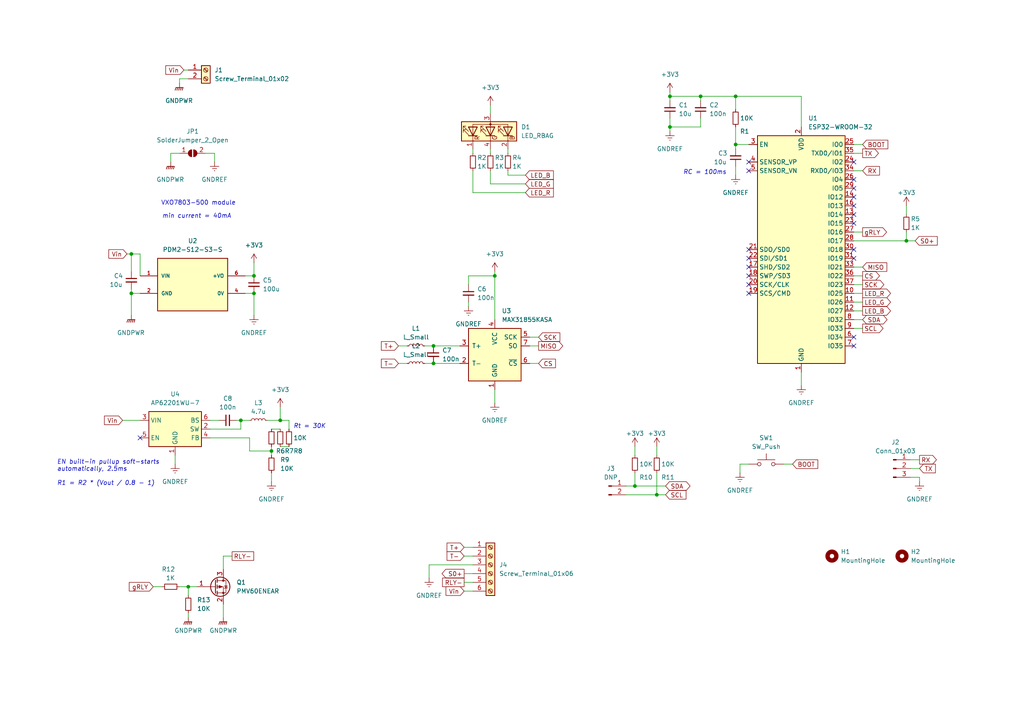
<source format=kicad_sch>
(kicad_sch (version 20211123) (generator eeschema)
  (paper "A4")
  (lib_symbols
    (symbol "Connector:Conn_01x02_Male" (pin_names (offset 1.016) hide)
      (property "Reference" "J" (at 0 2.54 0))
      (property "Value" "Conn_01x02_Male" (at 0 -5.08 0))
      (symbol "Conn_01x02_Male_1_1"
        (polyline (pts (xy 1.27 -2.54) (xy 0.8636 -2.54)) (stroke (width 0.1524)))
        (polyline (pts (xy 1.27 0) (xy 0.8636 0)) (stroke (width 0.1524)))
        (rectangle (start 0.8636 -2.413) (end 0 -2.667) (stroke (width 0.1524)) (fill (type outline)))
        (rectangle (start 0.8636 0.127) (end 0 -0.127) (stroke (width 0.1524)) (fill (type outline)))
        (pin passive line (at 5.08 0 180) (length 3.81) (name "Pin_1") (number "1"))
        (pin passive line (at 5.08 -2.54 180) (length 3.81) (name "Pin_2") (number "2"))
      )
    )
    (symbol "Connector:Conn_01x03_Male" (pin_names (offset 1.016) hide)
      (property "Reference" "J" (at 0 5.08 0))
      (property "Value" "Conn_01x03_Male" (at 0 -5.08 0))
      (symbol "Conn_01x03_Male_1_1"
        (polyline (pts (xy 1.27 -2.54) (xy 0.8636 -2.54)) (stroke (width 0.1524)))
        (polyline (pts (xy 1.27 0) (xy 0.8636 0)) (stroke (width 0.1524)))
        (polyline (pts (xy 1.27 2.54) (xy 0.8636 2.54)) (stroke (width 0.1524)))
        (rectangle (start 0.8636 -2.413) (end 0 -2.667) (stroke (width 0.1524)) (fill (type outline)))
        (rectangle (start 0.8636 0.127) (end 0 -0.127) (stroke (width 0.1524)) (fill (type outline)))
        (rectangle (start 0.8636 2.667) (end 0 2.413) (stroke (width 0.1524)) (fill (type outline)))
        (pin passive line (at 5.08 2.54 180) (length 3.81) (name "Pin_1") (number "1"))
        (pin passive line (at 5.08 0 180) (length 3.81) (name "Pin_2") (number "2"))
        (pin passive line (at 5.08 -2.54 180) (length 3.81) (name "Pin_3") (number "3"))
      )
    )
    (symbol "Connector:Screw_Terminal_01x02" (pin_names (offset 1.016) hide)
      (property "Reference" "J" (at 0 2.54 0))
      (property "Value" "Screw_Terminal_01x02" (at 0 -5.08 0))
      (symbol "Screw_Terminal_01x02_1_1"
        (rectangle (start -1.27 1.27) (end 1.27 -3.81) (stroke (width 0.254)) (fill (type background)))
        (circle (center 0 -2.54) (radius 0.635) (stroke (width 0.1524)))
        (polyline (pts (xy -0.5334 -2.2098) (xy 0.3302 -3.048)) (stroke (width 0.1524)))
        (polyline (pts (xy -0.5334 0.3302) (xy 0.3302 -0.508)) (stroke (width 0.1524)))
        (polyline (pts (xy -0.3556 -2.032) (xy 0.508 -2.8702)) (stroke (width 0.1524)))
        (polyline (pts (xy -0.3556 0.508) (xy 0.508 -0.3302)) (stroke (width 0.1524)))
        (circle (center 0 0) (radius 0.635) (stroke (width 0.1524)))
        (pin passive line (at -5.08 0 0) (length 3.81) (name "Pin_1") (number "1"))
        (pin passive line (at -5.08 -2.54 0) (length 3.81) (name "Pin_2") (number "2"))
      )
    )
    (symbol "Connector:Screw_Terminal_01x06" (pin_names (offset 1.016) hide)
      (property "Reference" "J" (at 0 7.62 0))
      (property "Value" "Screw_Terminal_01x06" (at 0 -10.16 0))
      (symbol "Screw_Terminal_01x06_1_1"
        (rectangle (start -1.27 6.35) (end 1.27 -8.89) (stroke (width 0.254)) (fill (type background)))
        (circle (center 0 -7.62) (radius 0.635) (stroke (width 0.1524)))
        (circle (center 0 -5.08) (radius 0.635) (stroke (width 0.1524)))
        (circle (center 0 -2.54) (radius 0.635) (stroke (width 0.1524)))
        (polyline (pts (xy -0.5334 -7.2898) (xy 0.3302 -8.128)) (stroke (width 0.1524)))
        (polyline (pts (xy -0.5334 -4.7498) (xy 0.3302 -5.588)) (stroke (width 0.1524)))
        (polyline (pts (xy -0.5334 -2.2098) (xy 0.3302 -3.048)) (stroke (width 0.1524)))
        (polyline (pts (xy -0.5334 0.3302) (xy 0.3302 -0.508)) (stroke (width 0.1524)))
        (polyline (pts (xy -0.5334 2.8702) (xy 0.3302 2.032)) (stroke (width 0.1524)))
        (polyline (pts (xy -0.5334 5.4102) (xy 0.3302 4.572)) (stroke (width 0.1524)))
        (polyline (pts (xy -0.3556 -7.112) (xy 0.508 -7.9502)) (stroke (width 0.1524)))
        (polyline (pts (xy -0.3556 -4.572) (xy 0.508 -5.4102)) (stroke (width 0.1524)))
        (polyline (pts (xy -0.3556 -2.032) (xy 0.508 -2.8702)) (stroke (width 0.1524)))
        (polyline (pts (xy -0.3556 0.508) (xy 0.508 -0.3302)) (stroke (width 0.1524)))
        (polyline (pts (xy -0.3556 3.048) (xy 0.508 2.2098)) (stroke (width 0.1524)))
        (polyline (pts (xy -0.3556 5.588) (xy 0.508 4.7498)) (stroke (width 0.1524)))
        (circle (center 0 0) (radius 0.635) (stroke (width 0.1524)))
        (circle (center 0 2.54) (radius 0.635) (stroke (width 0.1524)))
        (circle (center 0 5.08) (radius 0.635) (stroke (width 0.1524)))
        (pin passive line (at -5.08 5.08 0) (length 3.81) (name "Pin_1") (number "1"))
        (pin passive line (at -5.08 2.54 0) (length 3.81) (name "Pin_2") (number "2"))
        (pin passive line (at -5.08 0 0) (length 3.81) (name "Pin_3") (number "3"))
        (pin passive line (at -5.08 -2.54 0) (length 3.81) (name "Pin_4") (number "4"))
        (pin passive line (at -5.08 -5.08 0) (length 3.81) (name "Pin_5") (number "5"))
        (pin passive line (at -5.08 -7.62 0) (length 3.81) (name "Pin_6") (number "6"))
      )
    )
    (symbol "Device:C_Small" (pin_numbers hide) (pin_names (offset 0.254) hide)
      (property "Reference" "C" (at 0.254 1.778 0))
      (property "Value" "C_Small" (at 0.254 -2.032 0))
      (symbol "C_Small_0_1"
        (polyline (pts (xy -1.524 -0.508) (xy 1.524 -0.508)) (stroke (width 0.3302)))
        (polyline (pts (xy -1.524 0.508) (xy 1.524 0.508)) (stroke (width 0.3048)))
      )
      (symbol "C_Small_1_1"
        (pin passive line (at 0 2.54 270) (length 2.032) (name "~") (number "1"))
        (pin passive line (at 0 -2.54 90) (length 2.032) (name "~") (number "2"))
      )
    )
    (symbol "Device:LED_RBAG" (pin_names (offset 0) hide)
      (property "Reference" "D" (at 0 9.398 0))
      (property "Value" "LED_RBAG" (at 0 -8.89 0))
      (symbol "LED_RBAG_0_0"
        (text "B" (at -1.905 -6.35 0) (effects (font (size 1.27 1.27))))
        (text "G" (at -1.905 -1.27 0) (effects (font (size 1.27 1.27))))
        (text "R" (at -1.905 3.81 0) (effects (font (size 1.27 1.27))))
      )
      (symbol "LED_RBAG_0_1"
        (polyline (pts (xy -1.27 -5.08) (xy -2.54 -5.08)))
        (polyline (pts (xy -1.27 -5.08) (xy 1.27 -5.08)))
        (polyline (pts (xy -1.27 -3.81) (xy -1.27 -6.35)) (stroke (width 0.254)))
        (polyline (pts (xy -1.27 0) (xy -2.54 0)))
        (polyline (pts (xy -1.27 1.27) (xy -1.27 -1.27)) (stroke (width 0.254)))
        (polyline (pts (xy -1.27 5.08) (xy -2.54 5.08)))
        (polyline (pts (xy -1.27 5.08) (xy 1.27 5.08)))
        (polyline (pts (xy -1.27 6.35) (xy -1.27 3.81)) (stroke (width 0.254)))
        (polyline (pts (xy 1.27 0) (xy -1.27 0)))
        (polyline (pts (xy 1.27 0) (xy 2.54 0)))
        (polyline (pts (xy -1.27 1.27) (xy -1.27 -1.27) (xy -1.27 -1.27)))
        (polyline (pts (xy -1.27 6.35) (xy -1.27 3.81) (xy -1.27 3.81)))
        (polyline (pts (xy 1.27 -5.08) (xy 2.032 -5.08) (xy 2.032 5.08) (xy 1.27 5.08)))
        (polyline (pts (xy 1.27 -3.81) (xy 1.27 -6.35) (xy -1.27 -5.08) (xy 1.27 -3.81)) (stroke (width 0.254)))
        (polyline (pts (xy 1.27 1.27) (xy 1.27 -1.27) (xy -1.27 0) (xy 1.27 1.27)) (stroke (width 0.254)))
        (polyline (pts (xy 1.27 6.35) (xy 1.27 3.81) (xy -1.27 5.08) (xy 1.27 6.35)) (stroke (width 0.254)))
        (polyline (pts (xy -1.016 -3.81) (xy 0.508 -2.286) (xy -0.254 -2.286) (xy 0.508 -2.286) (xy 0.508 -3.048)))
        (polyline (pts (xy -1.016 1.27) (xy 0.508 2.794) (xy -0.254 2.794) (xy 0.508 2.794) (xy 0.508 2.032)))
        (polyline (pts (xy -1.016 6.35) (xy 0.508 7.874) (xy -0.254 7.874) (xy 0.508 7.874) (xy 0.508 7.112)))
        (polyline (pts (xy 0 -3.81) (xy 1.524 -2.286) (xy 0.762 -2.286) (xy 1.524 -2.286) (xy 1.524 -3.048)))
        (polyline (pts (xy 0 1.27) (xy 1.524 2.794) (xy 0.762 2.794) (xy 1.524 2.794) (xy 1.524 2.032)))
        (polyline (pts (xy 0 6.35) (xy 1.524 7.874) (xy 0.762 7.874) (xy 1.524 7.874) (xy 1.524 7.112)))
        (rectangle (start 1.27 -1.27) (end 1.27 1.27))
        (rectangle (start 1.27 1.27) (end 1.27 1.27))
        (rectangle (start 1.27 3.81) (end 1.27 6.35))
        (rectangle (start 1.27 6.35) (end 1.27 6.35))
        (circle (center 2.032 0) (radius 0.254) (fill (type outline)))
        (rectangle (start 2.794 8.382) (end -2.794 -7.62) (stroke (width 0.254)) (fill (type background)))
      )
      (symbol "LED_RBAG_1_1"
        (pin passive line (at -5.08 5.08 0) (length 2.54) (name "RK") (number "1"))
        (pin passive line (at -5.08 -5.08 0) (length 2.54) (name "BK") (number "2"))
        (pin passive line (at 5.08 0 180) (length 2.54) (name "A") (number "3"))
        (pin passive line (at -5.08 0 0) (length 2.54) (name "GK") (number "4"))
      )
    )
    (symbol "Device:L_Small" (pin_numbers hide) (pin_names (offset 0.254) hide)
      (property "Reference" "L" (at 0.762 1.016 0))
      (property "Value" "L_Small" (at 0.762 -1.016 0))
      (symbol "L_Small_0_1"
        (arc (start 0 -2.032) (mid 0.508 -1.524) (end 0 -1.016))
        (arc (start 0 -1.016) (mid 0.508 -0.508) (end 0 0))
        (arc (start 0 0) (mid 0.508 0.508) (end 0 1.016))
        (arc (start 0 1.016) (mid 0.508 1.524) (end 0 2.032))
      )
      (symbol "L_Small_1_1"
        (pin passive line (at 0 2.54 270) (length 0.508) (name "~") (number "1"))
        (pin passive line (at 0 -2.54 90) (length 0.508) (name "~") (number "2"))
      )
    )
    (symbol "Device:R_Small" (pin_numbers hide) (pin_names (offset 0.254) hide)
      (property "Reference" "R" (at 0.762 0.508 0))
      (property "Value" "R_Small" (at 0.762 -1.016 0))
      (symbol "R_Small_0_1"
        (rectangle (start -0.762 1.778) (end 0.762 -1.778) (stroke (width 0.2032)))
      )
      (symbol "R_Small_1_1"
        (pin passive line (at 0 2.54 270) (length 0.762) (name "~") (number "1"))
        (pin passive line (at 0 -2.54 90) (length 0.762) (name "~") (number "2"))
      )
    )
    (symbol "Jumper:SolderJumper_2_Open" (pin_names (offset 0) hide)
      (property "Reference" "JP" (at 0 2.032 0))
      (property "Value" "SolderJumper_2_Open" (at 0 -2.54 0))
      (symbol "SolderJumper_2_Open_0_1"
        (arc (start -0.254 1.016) (mid -1.27 0) (end -0.254 -1.016))
        (arc (start -0.254 1.016) (mid -1.27 0) (end -0.254 -1.016) (fill (type outline)))
        (polyline (pts (xy -0.254 1.016) (xy -0.254 -1.016)))
        (polyline (pts (xy 0.254 1.016) (xy 0.254 -1.016)))
        (arc (start 0.254 -1.016) (mid 1.27 0) (end 0.254 1.016))
        (arc (start 0.254 -1.016) (mid 1.27 0) (end 0.254 1.016) (fill (type outline)))
      )
      (symbol "SolderJumper_2_Open_1_1"
        (pin passive line (at -3.81 0 0) (length 2.54) (name "A") (number "1"))
        (pin passive line (at 3.81 0 180) (length 2.54) (name "B") (number "2"))
      )
    )
    (symbol "Mechanical:MountingHole" (pin_names (offset 1.016))
      (property "Reference" "H" (at 0 5.08 0))
      (property "Value" "MountingHole" (at 0 3.175 0))
      (symbol "MountingHole_0_1"
        (circle (center 0 0) (radius 1.27) (stroke (width 1.27)))
      )
    )
    (symbol "PDM2-S12-S3-S:PDM2-S12-S3-S" (pin_names (offset 1.016))
      (property "Reference" "U" (at -10.16 7.62 0))
      (property "Value" "PDM2-S12-S3-S" (at -10.1854 -7.6454 0))
      (symbol "PDM2-S12-S3-S_0_0"
        (rectangle (start -10.16 -7.62) (end 10.16 7.62) (stroke (width 0.254)) (fill (type background)))
        (pin input line (at -15.24 2.54 0) (length 5.08) (name "VIN") (number "1"))
        (pin power_in line (at -15.24 -2.54 0) (length 5.08) (name "GND") (number "2"))
        (pin power_in line (at 15.24 -2.54 180) (length 5.08) (name "0V") (number "4"))
        (pin output line (at 15.24 2.54 180) (length 5.08) (name "+VO") (number "6"))
      )
    )
    (symbol "RF_Module:ESP32-WROOM-32"
      (property "Reference" "U" (at -12.7 34.29 0))
      (property "Value" "ESP32-WROOM-32" (at 1.27 34.29 0))
      (symbol "ESP32-WROOM-32_0_1"
        (rectangle (start -12.7 33.02) (end 12.7 -33.02) (stroke (width 0.254)) (fill (type background)))
      )
      (symbol "ESP32-WROOM-32_1_1"
        (pin power_in line (at 0 -35.56 90) (length 2.54) (name "GND") (number "1"))
        (pin bidirectional line (at 15.24 -12.7 180) (length 2.54) (name "IO25") (number "10"))
        (pin bidirectional line (at 15.24 -15.24 180) (length 2.54) (name "IO26") (number "11"))
        (pin bidirectional line (at 15.24 -17.78 180) (length 2.54) (name "IO27") (number "12"))
        (pin bidirectional line (at 15.24 10.16 180) (length 2.54) (name "IO14") (number "13"))
        (pin bidirectional line (at 15.24 15.24 180) (length 2.54) (name "IO12") (number "14"))
        (pin passive line (at 0 -35.56 90) (length 2.54) hide (name "GND") (number "15"))
        (pin bidirectional line (at 15.24 12.7 180) (length 2.54) (name "IO13") (number "16"))
        (pin bidirectional line (at -15.24 -5.08 0) (length 2.54) (name "SHD/SD2") (number "17"))
        (pin bidirectional line (at -15.24 -7.62 0) (length 2.54) (name "SWP/SD3") (number "18"))
        (pin bidirectional line (at -15.24 -12.7 0) (length 2.54) (name "SCS/CMD") (number "19"))
        (pin power_in line (at 0 35.56 270) (length 2.54) (name "VDD") (number "2"))
        (pin bidirectional line (at -15.24 -10.16 0) (length 2.54) (name "SCK/CLK") (number "20"))
        (pin bidirectional line (at -15.24 0 0) (length 2.54) (name "SDO/SD0") (number "21"))
        (pin bidirectional line (at -15.24 -2.54 0) (length 2.54) (name "SDI/SD1") (number "22"))
        (pin bidirectional line (at 15.24 7.62 180) (length 2.54) (name "IO15") (number "23"))
        (pin bidirectional line (at 15.24 25.4 180) (length 2.54) (name "IO2") (number "24"))
        (pin bidirectional line (at 15.24 30.48 180) (length 2.54) (name "IO0") (number "25"))
        (pin bidirectional line (at 15.24 20.32 180) (length 2.54) (name "IO4") (number "26"))
        (pin bidirectional line (at 15.24 5.08 180) (length 2.54) (name "IO16") (number "27"))
        (pin bidirectional line (at 15.24 2.54 180) (length 2.54) (name "IO17") (number "28"))
        (pin bidirectional line (at 15.24 17.78 180) (length 2.54) (name "IO5") (number "29"))
        (pin input line (at -15.24 30.48 0) (length 2.54) (name "EN") (number "3"))
        (pin bidirectional line (at 15.24 0 180) (length 2.54) (name "IO18") (number "30"))
        (pin bidirectional line (at 15.24 -2.54 180) (length 2.54) (name "IO19") (number "31"))
        (pin no_connect line (at -12.7 -27.94 0) (length 2.54) hide (name "NC") (number "32"))
        (pin bidirectional line (at 15.24 -5.08 180) (length 2.54) (name "IO21") (number "33"))
        (pin bidirectional line (at 15.24 22.86 180) (length 2.54) (name "RXD0/IO3") (number "34"))
        (pin bidirectional line (at 15.24 27.94 180) (length 2.54) (name "TXD0/IO1") (number "35"))
        (pin bidirectional line (at 15.24 -7.62 180) (length 2.54) (name "IO22") (number "36"))
        (pin bidirectional line (at 15.24 -10.16 180) (length 2.54) (name "IO23") (number "37"))
        (pin passive line (at 0 -35.56 90) (length 2.54) hide (name "GND") (number "38"))
        (pin passive line (at 0 -35.56 90) (length 2.54) hide (name "GND") (number "39"))
        (pin input line (at -15.24 25.4 0) (length 2.54) (name "SENSOR_VP") (number "4"))
        (pin input line (at -15.24 22.86 0) (length 2.54) (name "SENSOR_VN") (number "5"))
        (pin input line (at 15.24 -25.4 180) (length 2.54) (name "IO34") (number "6"))
        (pin input line (at 15.24 -27.94 180) (length 2.54) (name "IO35") (number "7"))
        (pin bidirectional line (at 15.24 -20.32 180) (length 2.54) (name "IO32") (number "8"))
        (pin bidirectional line (at 15.24 -22.86 180) (length 2.54) (name "IO33") (number "9"))
      )
    )
    (symbol "Regulator_Switching:DIO6970"
      (property "Reference" "U" (at -7.62 6.35 0))
      (property "Value" "DIO6970" (at 0 6.35 0))
      (symbol "DIO6970_0_1"
        (rectangle (start -7.62 5.08) (end 7.62 -5.08) (stroke (width 0.254)) (fill (type background)))
      )
      (symbol "DIO6970_1_1"
        (pin power_in line (at 0 -7.62 90) (length 2.54) (name "GND") (number "1"))
        (pin power_out line (at 10.16 0 180) (length 2.54) (name "SW") (number "2"))
        (pin power_in line (at -10.16 2.54 0) (length 2.54) (name "VIN") (number "3"))
        (pin input line (at 10.16 -2.54 180) (length 2.54) (name "FB") (number "4"))
        (pin input line (at -10.16 -2.54 0) (length 2.54) (name "EN") (number "5"))
        (pin output line (at 10.16 2.54 180) (length 2.54) (name "BS") (number "6"))
      )
    )
    (symbol "Sensor_Temperature:MAX31855KASA" (pin_names (offset 1.016))
      (property "Reference" "U" (at -7.62 8.89 0))
      (property "Value" "MAX31855KASA" (at 1.27 8.89 0))
      (symbol "MAX31855KASA_0_1"
        (rectangle (start -7.62 7.62) (end 7.62 -7.62) (stroke (width 0.254)) (fill (type background)))
      )
      (symbol "MAX31855KASA_1_1"
        (pin power_in line (at 0 -10.16 90) (length 2.54) (name "GND") (number "1"))
        (pin passive line (at -10.16 -2.54 0) (length 2.54) (name "T-") (number "2"))
        (pin passive line (at -10.16 2.54 0) (length 2.54) (name "T+") (number "3"))
        (pin power_in line (at 0 10.16 270) (length 2.54) (name "VCC") (number "4"))
        (pin input line (at 10.16 5.08 180) (length 2.54) (name "SCK") (number "5"))
        (pin input line (at 10.16 -2.54 180) (length 2.54) (name "~{CS}") (number "6"))
        (pin tri_state line (at 10.16 2.54 180) (length 2.54) (name "SO") (number "7"))
      )
    )
    (symbol "Switch:SW_Push" (pin_numbers hide) (pin_names (offset 1.016) hide)
      (property "Reference" "SW" (at 1.27 2.54 0))
      (property "Value" "SW_Push" (at 0 -1.524 0))
      (symbol "SW_Push_0_1"
        (circle (center -2.032 0) (radius 0.508))
        (polyline (pts (xy 0 1.27) (xy 0 3.048)))
        (polyline (pts (xy 2.54 1.27) (xy -2.54 1.27)))
        (circle (center 2.032 0) (radius 0.508))
        (pin passive line (at -5.08 0 0) (length 2.54) (name "1") (number "1"))
        (pin passive line (at 5.08 0 180) (length 2.54) (name "2") (number "2"))
      )
    )
    (symbol "Transistor_FET:NTR2101P" (pin_names hide)
      (property "Reference" "Q" (at 5.08 1.905 0))
      (property "Value" "NTR2101P" (at 5.08 0 0))
      (symbol "NTR2101P_0_1"
        (polyline (pts (xy 0.254 0) (xy -2.54 0)))
        (polyline (pts (xy 0.254 1.905) (xy 0.254 -1.905)) (stroke (width 0.254)))
        (polyline (pts (xy 0.762 -1.27) (xy 0.762 -2.286)) (stroke (width 0.254)))
        (polyline (pts (xy 0.762 0.508) (xy 0.762 -0.508)) (stroke (width 0.254)))
        (polyline (pts (xy 0.762 2.286) (xy 0.762 1.27)) (stroke (width 0.254)))
        (polyline (pts (xy 2.54 2.54) (xy 2.54 1.778)))
        (polyline (pts (xy 2.54 -2.54) (xy 2.54 0) (xy 0.762 0)))
        (polyline (pts (xy 0.762 1.778) (xy 3.302 1.778) (xy 3.302 -1.778) (xy 0.762 -1.778)))
        (polyline (pts (xy 2.286 0) (xy 1.27 0.381) (xy 1.27 -0.381) (xy 2.286 0)) (fill (type outline)))
        (polyline (pts (xy 2.794 -0.508) (xy 2.921 -0.381) (xy 3.683 -0.381) (xy 3.81 -0.254)))
        (polyline (pts (xy 3.302 -0.381) (xy 2.921 0.254) (xy 3.683 0.254) (xy 3.302 -0.381)))
        (circle (center 1.651 0) (radius 2.794) (stroke (width 0.254)))
        (circle (center 2.54 -1.778) (radius 0.254) (fill (type outline)))
        (circle (center 2.54 1.778) (radius 0.254) (fill (type outline)))
      )
      (symbol "NTR2101P_1_1"
        (pin input line (at -5.08 0 0) (length 2.54) (name "G") (number "1"))
        (pin passive line (at 2.54 -5.08 90) (length 2.54) (name "S") (number "2"))
        (pin passive line (at 2.54 5.08 270) (length 2.54) (name "D") (number "3"))
      )
    )
    (symbol "power:+3.3V" (power) (pin_names (offset 0))
      (property "Value" "+3.3V" (at 0 3.556 0))
      (symbol "+3.3V_0_1"
        (polyline (pts (xy -0.762 1.27) (xy 0 2.54)))
        (polyline (pts (xy 0 0) (xy 0 2.54)))
        (polyline (pts (xy 0 2.54) (xy 0.762 1.27)))
      )
      (symbol "+3.3V_1_1"
        (pin power_in line (at 0 0 90) (length 0) hide (name "+3V3") (number "1"))
      )
    )
    (symbol "power:GNDPWR" (power) (pin_names (offset 0))
      (property "Value" "GNDPWR" (at 0 -3.302 0))
      (symbol "GNDPWR_0_1"
        (polyline (pts (xy 0 -1.27) (xy 0 0)))
        (polyline (pts (xy -1.016 -1.27) (xy -1.27 -2.032) (xy -1.27 -2.032)) (stroke (width 0.2032)))
        (polyline (pts (xy -0.508 -1.27) (xy -0.762 -2.032) (xy -0.762 -2.032)) (stroke (width 0.2032)))
        (polyline (pts (xy 0 -1.27) (xy -0.254 -2.032) (xy -0.254 -2.032)) (stroke (width 0.2032)))
        (polyline (pts (xy 0.508 -1.27) (xy 0.254 -2.032) (xy 0.254 -2.032)) (stroke (width 0.2032)))
        (polyline (pts (xy 1.016 -1.27) (xy -1.016 -1.27) (xy -1.016 -1.27)) (stroke (width 0.2032)))
        (polyline (pts (xy 1.016 -1.27) (xy 0.762 -2.032) (xy 0.762 -2.032) (xy 0.762 -2.032)) (stroke (width 0.2032)))
      )
      (symbol "GNDPWR_1_1"
        (pin power_in line (at 0 0 270) (length 0) hide (name "GNDPWR") (number "1"))
      )
    )
    (symbol "power:GNDREF" (power) (pin_names (offset 0))
      (property "Value" "GNDREF" (at 0 -3.81 0))
      (symbol "GNDREF_0_1"
        (polyline (pts (xy -0.635 -1.905) (xy 0.635 -1.905)))
        (polyline (pts (xy -0.127 -2.54) (xy 0.127 -2.54)))
        (polyline (pts (xy 0 -1.27) (xy 0 0)))
        (polyline (pts (xy 1.27 -1.27) (xy -1.27 -1.27)))
      )
      (symbol "GNDREF_1_1"
        (pin power_in line (at 0 0 270) (length 0) hide (name "GNDREF") (number "1"))
      )
    )
  )
  (junction (at 81.28 121.92))
  (junction (at 184.15 140.97))
  (junction (at 73.66 80.01))
  (junction (at 143.51 80.01))
  (junction (at 194.31 27.94))
  (junction (at 194.31 36.83))
  (junction (at 262.89 69.85))
  (junction (at 125.73 100.33))
  (junction (at 190.5 143.51))
  (junction (at 125.73 105.41))
  (junction (at 213.36 27.94))
  (junction (at 213.36 41.91))
  (junction (at 73.66 85.09))
  (junction (at 69.85 121.92))
  (junction (at 78.74 130.81))
  (junction (at 54.61 170.18))
  (junction (at 38.1 85.09))
  (junction (at 203.2 27.94))
  (junction (at 38.1 73.66))
  (no_connect (at 247.65 46.99))
  (no_connect (at 247.65 59.69))
  (no_connect (at 247.65 74.93))
  (no_connect (at 247.65 97.79))
  (no_connect (at 247.65 100.33))
  (no_connect (at 247.65 57.15))
  (no_connect (at 247.65 62.23))
  (no_connect (at 247.65 64.77))
  (no_connect (at 217.17 49.53))
  (no_connect (at 217.17 46.99))
  (no_connect (at 40.64 127))
  (no_connect (at 247.65 72.39))
  (no_connect (at 217.17 77.47))
  (no_connect (at 217.17 80.01))
  (no_connect (at 217.17 82.55))
  (no_connect (at 217.17 74.93))
  (no_connect (at 217.17 72.39))
  (no_connect (at 217.17 85.09))
  (no_connect (at 247.65 54.61))
  (no_connect (at 247.65 52.07))
  (wire (pts (xy 265.43 69.85) (xy 262.89 69.85)))
  (wire (pts (xy 247.65 90.17) (xy 250.19 90.17)))
  (wire (pts (xy 184.15 140.97) (xy 181.61 140.97)))
  (wire (pts (xy 134.62 161.29) (xy 137.16 161.29)))
  (wire (pts (xy 137.16 55.88) (xy 152.4 55.88)))
  (wire (pts (xy 194.31 27.94) (xy 194.31 29.21)))
  (wire (pts (xy 264.16 133.35) (xy 266.7 133.35)))
  (wire (pts (xy 247.65 77.47) (xy 250.19 77.47)))
  (wire (pts (xy 190.5 143.51) (xy 193.04 143.51)))
  (wire (pts (xy 262.89 67.31) (xy 262.89 69.85)))
  (wire (pts (xy 78.74 137.16) (xy 78.74 139.7)))
  (wire (pts (xy 247.65 67.31) (xy 250.19 67.31)))
  (wire (pts (xy 38.1 73.66) (xy 36.83 73.66)))
  (wire (pts (xy 143.51 78.74) (xy 143.51 80.01)))
  (wire (pts (xy 143.51 92.71) (xy 143.51 80.01)))
  (wire (pts (xy 125.73 105.41) (xy 133.35 105.41)))
  (wire (pts (xy 38.1 73.66) (xy 38.1 78.74)))
  (wire (pts (xy 52.07 170.18) (xy 54.61 170.18)))
  (wire (pts (xy 64.77 161.29) (xy 64.77 165.1)))
  (wire (pts (xy 142.24 43.18) (xy 142.24 44.45)))
  (wire (pts (xy 137.16 49.53) (xy 137.16 55.88)))
  (wire (pts (xy 247.65 44.45) (xy 250.19 44.45)))
  (wire (pts (xy 213.36 48.26) (xy 213.36 50.8)))
  (wire (pts (xy 203.2 27.94) (xy 213.36 27.94)))
  (wire (pts (xy 194.31 34.29) (xy 194.31 36.83)))
  (wire (pts (xy 44.45 170.18) (xy 46.99 170.18)))
  (wire (pts (xy 40.64 80.01) (xy 40.64 73.66)))
  (wire (pts (xy 60.96 121.92) (xy 63.5 121.92)))
  (wire (pts (xy 64.77 175.26) (xy 64.77 179.07)))
  (wire (pts (xy 247.65 80.01) (xy 250.19 80.01)))
  (wire (pts (xy 247.65 85.09) (xy 250.19 85.09)))
  (wire (pts (xy 153.67 97.79) (xy 156.21 97.79)))
  (wire (pts (xy 142.24 49.53) (xy 142.24 53.34)))
  (wire (pts (xy 217.17 134.62) (xy 214.63 134.62)))
  (wire (pts (xy 184.15 137.16) (xy 184.15 140.97)))
  (wire (pts (xy 72.39 130.81) (xy 78.74 130.81)))
  (wire (pts (xy 153.67 100.33) (xy 156.21 100.33)))
  (wire (pts (xy 73.66 85.09) (xy 73.66 91.44)))
  (wire (pts (xy 115.57 105.41) (xy 118.11 105.41)))
  (wire (pts (xy 81.28 118.11) (xy 81.28 121.92)))
  (wire (pts (xy 54.61 170.18) (xy 57.15 170.18)))
  (wire (pts (xy 184.15 140.97) (xy 193.04 140.97)))
  (wire (pts (xy 194.31 26.67) (xy 194.31 27.94)))
  (wire (pts (xy 143.51 113.03) (xy 143.51 116.84)))
  (wire (pts (xy 147.32 43.18) (xy 147.32 44.45)))
  (wire (pts (xy 81.28 129.54) (xy 83.82 129.54)))
  (wire (pts (xy 147.32 49.53) (xy 147.32 50.8)))
  (wire (pts (xy 78.74 130.81) (xy 78.74 132.08)))
  (wire (pts (xy 71.12 80.01) (xy 73.66 80.01)))
  (wire (pts (xy 134.62 166.37) (xy 137.16 166.37)))
  (wire (pts (xy 72.39 127) (xy 72.39 130.81)))
  (wire (pts (xy 50.8 132.08) (xy 50.8 134.62)))
  (wire (pts (xy 227.33 134.62) (xy 229.87 134.62)))
  (wire (pts (xy 203.2 34.29) (xy 203.2 36.83)))
  (wire (pts (xy 247.65 49.53) (xy 250.19 49.53)))
  (wire (pts (xy 69.85 121.92) (xy 72.39 121.92)))
  (wire (pts (xy 125.73 100.33) (xy 133.35 100.33)))
  (wire (pts (xy 115.57 100.33) (xy 118.11 100.33)))
  (wire (pts (xy 123.19 105.41) (xy 125.73 105.41)))
  (wire (pts (xy 83.82 121.92) (xy 81.28 121.92)))
  (wire (pts (xy 247.65 87.63) (xy 250.19 87.63)))
  (wire (pts (xy 262.89 59.69) (xy 262.89 62.23)))
  (wire (pts (xy 81.28 121.92) (xy 77.47 121.92)))
  (wire (pts (xy 54.61 170.18) (xy 54.61 172.72)))
  (wire (pts (xy 213.36 27.94) (xy 213.36 31.75)))
  (wire (pts (xy 124.46 163.83) (xy 124.46 167.64)))
  (wire (pts (xy 142.24 53.34) (xy 152.4 53.34)))
  (wire (pts (xy 247.65 92.71) (xy 250.19 92.71)))
  (wire (pts (xy 147.32 50.8) (xy 152.4 50.8)))
  (wire (pts (xy 52.07 44.45) (xy 49.53 44.45)))
  (wire (pts (xy 194.31 36.83) (xy 194.31 38.1)))
  (wire (pts (xy 190.5 137.16) (xy 190.5 143.51)))
  (wire (pts (xy 78.74 129.54) (xy 78.74 130.81)))
  (wire (pts (xy 214.63 134.62) (xy 214.63 137.16)))
  (wire (pts (xy 137.16 163.83) (xy 124.46 163.83)))
  (wire (pts (xy 213.36 41.91) (xy 217.17 41.91)))
  (wire (pts (xy 247.65 69.85) (xy 262.89 69.85)))
  (wire (pts (xy 137.16 43.18) (xy 137.16 44.45)))
  (wire (pts (xy 203.2 36.83) (xy 194.31 36.83)))
  (wire (pts (xy 143.51 80.01) (xy 135.89 80.01)))
  (wire (pts (xy 153.67 105.41) (xy 156.21 105.41)))
  (wire (pts (xy 60.96 127) (xy 72.39 127)))
  (wire (pts (xy 190.5 129.54) (xy 190.5 132.08)))
  (wire (pts (xy 135.89 80.01) (xy 135.89 82.55)))
  (wire (pts (xy 134.62 168.91) (xy 137.16 168.91)))
  (wire (pts (xy 38.1 85.09) (xy 38.1 91.44)))
  (wire (pts (xy 184.15 129.54) (xy 184.15 132.08)))
  (wire (pts (xy 123.19 100.33) (xy 125.73 100.33)))
  (wire (pts (xy 69.85 121.92) (xy 69.85 124.46)))
  (wire (pts (xy 142.24 30.48) (xy 142.24 33.02)))
  (wire (pts (xy 53.34 20.32) (xy 54.61 20.32)))
  (wire (pts (xy 71.12 85.09) (xy 73.66 85.09)))
  (wire (pts (xy 232.41 27.94) (xy 232.41 36.83)))
  (wire (pts (xy 264.16 135.89) (xy 266.7 135.89)))
  (wire (pts (xy 203.2 27.94) (xy 203.2 29.21)))
  (wire (pts (xy 35.56 121.92) (xy 40.64 121.92)))
  (wire (pts (xy 38.1 83.82) (xy 38.1 85.09)))
  (wire (pts (xy 266.7 138.43) (xy 266.7 139.7)))
  (wire (pts (xy 52.07 22.86) (xy 52.07 24.13)))
  (wire (pts (xy 60.96 124.46) (xy 69.85 124.46)))
  (wire (pts (xy 40.64 85.09) (xy 38.1 85.09)))
  (wire (pts (xy 213.36 41.91) (xy 213.36 43.18)))
  (wire (pts (xy 135.89 87.63) (xy 135.89 88.9)))
  (wire (pts (xy 213.36 36.83) (xy 213.36 41.91)))
  (wire (pts (xy 68.58 121.92) (xy 69.85 121.92)))
  (wire (pts (xy 247.65 95.25) (xy 250.19 95.25)))
  (wire (pts (xy 73.66 76.2) (xy 73.66 80.01)))
  (wire (pts (xy 194.31 27.94) (xy 203.2 27.94)))
  (wire (pts (xy 264.16 138.43) (xy 266.7 138.43)))
  (wire (pts (xy 134.62 158.75) (xy 137.16 158.75)))
  (wire (pts (xy 49.53 44.45) (xy 49.53 46.99)))
  (wire (pts (xy 78.74 124.46) (xy 81.28 124.46)))
  (wire (pts (xy 83.82 124.46) (xy 83.82 121.92)))
  (wire (pts (xy 67.31 161.29) (xy 64.77 161.29)))
  (wire (pts (xy 62.23 44.45) (xy 62.23 46.99)))
  (wire (pts (xy 52.07 22.86) (xy 54.61 22.86)))
  (wire (pts (xy 213.36 27.94) (xy 232.41 27.94)))
  (wire (pts (xy 247.65 82.55) (xy 250.19 82.55)))
  (wire (pts (xy 59.69 44.45) (xy 62.23 44.45)))
  (wire (pts (xy 54.61 177.8) (xy 54.61 179.07)))
  (wire (pts (xy 247.65 41.91) (xy 250.19 41.91)))
  (wire (pts (xy 40.64 73.66) (xy 38.1 73.66)))
  (wire (pts (xy 190.5 143.51) (xy 181.61 143.51)))
  (wire (pts (xy 134.62 171.45) (xy 137.16 171.45)))
  (wire (pts (xy 232.41 107.95) (xy 232.41 111.76)))
  (text "Rt = 30K" (at 85.09 124.46 0) (effects (font (size 1.27 1.27) italic) (justify left bottom)))
  (text " VXO7803-500 module\n" (at 45.72 59.69 0) (effects (font (size 1.27 1.27)) (justify left bottom)))
  (text "RC = 100ms" (at 198.12 50.8 0) (effects (font (size 1.27 1.27) italic) (justify left bottom)))
  (text "EN built-in pullup soft-starts\nautomatically, 2.5ms\n\nR1 = R2 * (Vout / 0.8 - 1)" (at 16.51 140.97 0) (effects (font (size 1.27 1.27) italic) (justify left bottom)))
  (text "min current = 40mA" (at 46.99 63.5 0) (effects (font (size 1.27 1.27) italic) (justify left bottom)))
  (global_label "RLY-" (shape passive) (at 67.31 161.29 0) (property "Intersheet References" "${INTERSHEET_REFS}" (effects hide)))
  (global_label "Vin" (shape input) (at 53.34 20.32 180) (property "Intersheet References" "${INTERSHEET_REFS}" (effects hide)))
  (global_label "TX" (shape input) (at 266.7 135.89 0) (property "Intersheet References" "${INTERSHEET_REFS}" (effects hide)))
  (global_label "MISO" (shape output) (at 156.21 100.33 0) (property "Intersheet References" "${INTERSHEET_REFS}" (effects hide)))
  (global_label "RLY-" (shape passive) (at 134.62 168.91 180) (property "Intersheet References" "${INTERSHEET_REFS}" (effects hide)))
  (global_label "RX" (shape output) (at 266.7 133.35 0) (property "Intersheet References" "${INTERSHEET_REFS}" (effects hide)))
  (global_label "Vin" (shape input) (at 36.83 73.66 180) (property "Intersheet References" "${INTERSHEET_REFS}" (effects hide)))
  (global_label "CS" (shape output) (at 250.19 80.01 0) (property "Intersheet References" "${INTERSHEET_REFS}" (effects hide)))
  (global_label "LED_R" (shape input) (at 152.4 55.88 0) (property "Intersheet References" "${INTERSHEET_REFS}" (effects hide)))
  (global_label "gRLY" (shape input) (at 44.45 170.18 180) (property "Intersheet References" "${INTERSHEET_REFS}" (effects hide)))
  (global_label "T-" (shape input) (at 115.57 105.41 180) (property "Intersheet References" "${INTERSHEET_REFS}" (effects hide)))
  (global_label "TX" (shape output) (at 250.19 44.45 0) (property "Intersheet References" "${INTERSHEET_REFS}" (effects hide)))
  (global_label "T+" (shape input) (at 115.57 100.33 180) (property "Intersheet References" "${INTERSHEET_REFS}" (effects hide)))
  (global_label "LED_G" (shape output) (at 250.19 87.63 0) (property "Intersheet References" "${INTERSHEET_REFS}" (effects hide)))
  (global_label "RX" (shape input) (at 250.19 49.53 0) (property "Intersheet References" "${INTERSHEET_REFS}" (effects hide)))
  (global_label "gRLY" (shape output) (at 250.19 67.31 0) (property "Intersheet References" "${INTERSHEET_REFS}" (effects hide)))
  (global_label "T+" (shape input) (at 134.62 158.75 180) (property "Intersheet References" "${INTERSHEET_REFS}" (effects hide)))
  (global_label "SDA" (shape bidirectional) (at 193.04 140.97 0) (property "Intersheet References" "${INTERSHEET_REFS}" (effects hide)))
  (global_label "LED_R" (shape output) (at 250.19 85.09 0) (property "Intersheet References" "${INTERSHEET_REFS}" (effects hide)))
  (global_label "SDA" (shape bidirectional) (at 250.19 92.71 0) (property "Intersheet References" "${INTERSHEET_REFS}" (effects hide)))
  (global_label "SCL" (shape output) (at 250.19 95.25 0) (property "Intersheet References" "${INTERSHEET_REFS}" (effects hide)))
  (global_label "S0+" (shape output) (at 134.62 166.37 180) (property "Intersheet References" "${INTERSHEET_REFS}" (effects hide)))
  (global_label "T-" (shape input) (at 134.62 161.29 180) (property "Intersheet References" "${INTERSHEET_REFS}" (effects hide)))
  (global_label "Vin" (shape input) (at 134.62 171.45 180) (property "Intersheet References" "${INTERSHEET_REFS}" (effects hide)))
  (global_label "Vin" (shape input) (at 35.56 121.92 180) (property "Intersheet References" "${INTERSHEET_REFS}" (effects hide)))
  (global_label "SCK" (shape input) (at 156.21 97.79 0) (property "Intersheet References" "${INTERSHEET_REFS}" (effects hide)))
  (global_label "LED_B" (shape output) (at 250.19 90.17 0) (property "Intersheet References" "${INTERSHEET_REFS}" (effects hide)))
  (global_label "LED_B" (shape input) (at 152.4 50.8 0) (property "Intersheet References" "${INTERSHEET_REFS}" (effects hide)))
  (global_label "LED_G" (shape input) (at 152.4 53.34 0) (property "Intersheet References" "${INTERSHEET_REFS}" (effects hide)))
  (global_label "BOOT" (shape input) (at 250.19 41.91 0) (property "Intersheet References" "${INTERSHEET_REFS}" (effects hide)))
  (global_label "SCK" (shape output) (at 250.19 82.55 0) (property "Intersheet References" "${INTERSHEET_REFS}" (effects hide)))
  (global_label "S0+" (shape input) (at 265.43 69.85 0) (property "Intersheet References" "${INTERSHEET_REFS}" (effects hide)))
  (global_label "MISO" (shape input) (at 250.19 77.47 0) (property "Intersheet References" "${INTERSHEET_REFS}" (effects hide)))
  (global_label "CS" (shape input) (at 156.21 105.41 0) (property "Intersheet References" "${INTERSHEET_REFS}" (effects hide)))
  (global_label "SCL" (shape input) (at 193.04 143.51 0) (property "Intersheet References" "${INTERSHEET_REFS}" (effects hide)))
  (global_label "BOOT" (shape input) (at 229.87 134.62 0) (property "Intersheet References" "${INTERSHEET_REFS}" (effects hide)))
  (symbol (lib_id "Device:C_Small") (at 125.73 102.87 0) (unit 1)
    (property "Reference" "C7" (at 128.27 101.6062 0) (effects (justify left)))
    (property "Value" "100n" (at 128.27 104.1462 0) (effects (justify left)))
    (property "Footprint" "Capacitor_SMD:C_0603_1608Metric" (effects hide))
  )
  (symbol (lib_id "Device:R_Small") (at 184.15 134.62 0) (unit 1)
    (property "Reference" "R10" (at 185.42 138.43 0) (effects (justify left)))
    (property "Value" "10K" (at 185.42 134.62 0) (effects (justify left)))
    (property "Footprint" "Resistor_SMD:R_0603_1608Metric" (effects hide))
    (property "PN" "DNP" (effects hide))
  )
  (symbol (lib_id "power:+3.3V") (at 194.31 26.67 0) (unit 1)
    (property "Reference" "#PWR02" (effects hide))
    (property "Value" "+3.3V" (at 194.31 21.59 0))
  )
  (symbol (lib_id "Device:C_Small") (at 194.31 31.75 180) (unit 1)
    (property "Reference" "C1" (at 196.85 30.4735 0) (effects (justify right)))
    (property "Value" "10u" (at 196.85 33.0135 0) (effects (justify right)))
    (property "Footprint" "Capacitor_SMD:C_0603_1608Metric" (effects hide))
    (property "PN" "JMK107BJ106MA-T" (effects hide))
  )
  (symbol (lib_id "Device:C_Small") (at 38.1 81.28 0) (unit 1)
    (property "Reference" "C4" (at 33.02 80.01 0) (effects (justify left)))
    (property "Value" "10u" (at 31.75 82.55 0) (effects (justify left)))
    (property "Footprint" "Capacitor_SMD:C_0603_1608Metric" (effects hide))
  )
  (symbol (lib_id "power:GNDREF") (at 124.46 167.64 0) (unit 1)
    (property "Reference" "#PWR023" (effects hide))
    (property "Value" "GNDREF" (at 124.46 172.72 0))
  )
  (symbol (lib_id "Switch:SW_Push") (at 222.25 134.62 0) (unit 1)
    (property "Reference" "SW1" (at 222.25 127 0))
    (property "Value" "SW_Push" (at 222.25 129.54 0))
    (property "Footprint" "Button_Switch_THT:SW_PUSH_6mm" (effects hide))
  )
  (symbol (lib_id "Connector:Conn_01x02_Male") (at 176.53 140.97 0) (unit 1)
    (property "Reference" "J3" (at 177.165 135.89 0))
    (property "Value" "DNP" (at 177.165 138.43 0))
    (property "Footprint" "Connector_PinHeader_2.54mm:PinHeader_1x02_P2.54mm_Vertical" (effects hide))
    (property "PN" "DNP" (effects hide))
  )
  (symbol (lib_id "Jumper:SolderJumper_2_Open") (at 55.88 44.45 0) (unit 1)
    (property "Reference" "JP1" (at 55.88 38.1 0))
    (property "Value" "SolderJumper_2_Open" (at 55.88 40.64 0))
    (property "Footprint" "Jumper:SolderJumper-2_P1.3mm_Open_RoundedPad1.0x1.5mm" (effects hide))
  )
  (symbol (lib_id "Device:R_Small") (at 54.61 175.26 0) (unit 1)
    (property "Reference" "R13" (at 57.15 173.9899 0) (effects (justify left)))
    (property "Value" "10K" (at 57.15 176.5299 0) (effects (justify left)))
    (property "Footprint" "Resistor_SMD:R_0603_1608Metric" (effects hide))
  )
  (symbol (lib_id "power:+3.3V") (at 142.24 30.48 0) (unit 1)
    (property "Reference" "#PWR03" (effects hide))
    (property "Value" "+3.3V" (at 142.24 25.4 0))
  )
  (symbol (lib_id "Device:C_Small") (at 213.36 45.72 180) (unit 1)
    (property "Reference" "C3" (at 208.28 44.45 0) (effects (justify right)))
    (property "Value" "10u" (at 207.01 46.99 0) (effects (justify right)))
    (property "Footprint" "Capacitor_SMD:C_0603_1608Metric" (effects hide))
    (property "PN" "JMK107BJ106MA-T" (effects hide))
  )
  (symbol (lib_id "power:GNDREF") (at 50.8 134.62 0) (unit 1)
    (property "Reference" "#PWR019" (effects hide))
    (property "Value" "GNDREF" (at 50.8 139.7 0))
  )
  (symbol (lib_id "power:GNDPWR") (at 52.07 24.13 0) (unit 1)
    (property "Reference" "#PWR01" (effects hide))
    (property "Value" "GNDPWR" (at 51.943 29.21 0))
  )
  (symbol (lib_id "Connector:Conn_01x03_Male") (at 259.08 135.89 0) (unit 1)
    (property "Reference" "J2" (at 259.715 128.27 0))
    (property "Value" "Conn_01x03" (at 259.715 130.81 0))
    (property "Footprint" "Connector_PinHeader_2.54mm:PinHeader_1x03_P2.54mm_Vertical" (effects hide))
  )
  (symbol (lib_id "Mechanical:MountingHole") (at 241.3 161.29 0) (unit 1)
    (property "Reference" "H1" (at 243.84 160.0199 0) (effects (justify left)))
    (property "Value" "MountingHole" (at 243.84 162.5599 0) (effects (justify left)))
    (property "Footprint" "MountingHole:MountingHole_2.7mm_M2.5" (effects hide))
  )
  (symbol (lib_id "Device:L_Small") (at 74.93 121.92 90) (unit 1)
    (property "Reference" "L3" (at 74.93 116.84 90))
    (property "Value" "4.7u" (at 74.93 119.38 90))
    (property "Footprint" "Inductor_SMD:L_1210_3225Metric" (effects hide))
  )
  (symbol (lib_id "power:+3.3V") (at 262.89 59.69 0) (unit 1)
    (property "Reference" "#PWR08" (effects hide))
    (property "Value" "+3.3V" (at 262.89 55.88 0))
  )
  (symbol (lib_id "PDM2-S12-S3-S:PDM2-S12-S3-S") (at 55.88 82.55 0) (unit 1)
    (property "Reference" "U2" (at 55.88 69.85 0))
    (property "Value" "PDM2-S12-S3-S" (at 55.88 72.39 0))
    (property "Footprint" "PDM2-S12-S3-S:CONV_PDM2-S12-S3-S" (effects hide))
    (property "PARTREV" "1.03" (effects hide))
    (property "STANDARD" "MANUFACTURER RECOMMENDATIONS" (effects hide))
    (property "MANUFACTURER" "CUI INC" (effects hide))
  )
  (symbol (lib_id "Device:C_Small") (at 66.04 121.92 90) (unit 1)
    (property "Reference" "C8" (at 66.0463 115.57 90))
    (property "Value" "100n" (at 66.0463 118.11 90))
    (property "Footprint" "Capacitor_SMD:C_0603_1608Metric" (effects hide))
  )
  (symbol (lib_id "Device:C_Small") (at 73.66 82.55 0) (unit 1)
    (property "Reference" "C5" (at 76.2 81.2862 0) (effects (justify left)))
    (property "Value" "100u" (at 76.2 83.8262 0) (effects (justify left)))
    (property "Footprint" "Capacitor_SMD:C_1206_3216Metric" (effects hide))
    (property "LCSC" "C77085" (effects hide))
  )
  (symbol (lib_id "Mechanical:MountingHole") (at 261.62 161.29 0) (unit 1)
    (property "Reference" "H2" (at 264.16 160.0199 0) (effects (justify left)))
    (property "Value" "MountingHole" (at 264.16 162.5599 0) (effects (justify left)))
    (property "Footprint" "MountingHole:MountingHole_2.7mm_M2.5" (effects hide))
  )
  (symbol (lib_id "Device:R_Small") (at 49.53 170.18 90) (unit 1)
    (property "Reference" "R12" (at 50.8 165.1 90) (effects (justify left)))
    (property "Value" "1K" (at 50.8 167.64 90) (effects (justify left)))
    (property "Footprint" "Resistor_SMD:R_0603_1608Metric" (effects hide))
    (property "LCSC" "C384295" (effects hide))
  )
  (symbol (lib_id "Device:R_Small") (at 78.74 134.62 0) (unit 1)
    (property "Reference" "R9" (at 81.28 133.3499 0) (effects (justify left)))
    (property "Value" "10K" (at 81.28 135.8899 0) (effects (justify left)))
    (property "Footprint" "Resistor_SMD:R_0603_1608Metric" (effects hide))
  )
  (symbol (lib_id "Device:R_Small") (at 137.16 46.99 0) (unit 1)
    (property "Reference" "R2" (at 138.43 45.72 0) (effects (justify left)))
    (property "Value" "1K" (at 138.43 48.26 0) (effects (justify left)))
    (property "Footprint" "Resistor_SMD:R_0603_1608Metric" (effects hide))
    (property "LCSC" "C384295" (effects hide))
  )
  (symbol (lib_id "power:GNDREF") (at 266.7 139.7 0) (unit 1)
    (property "Reference" "#PWR022" (effects hide))
    (property "Value" "GNDREF" (at 266.7 144.78 0))
  )
  (symbol (lib_id "Connector:Screw_Terminal_01x06") (at 142.24 163.83 0) (unit 1)
    (property "Reference" "J4" (at 144.78 163.8299 0) (effects (justify left)))
    (property "Value" "Screw_Terminal_01x06" (at 144.78 166.3699 0) (effects (justify left)))
    (property "Footprint" "TerminalBlock_Phoenix:TerminalBlock_Phoenix_PT-1,5-6-5.0-H_1x06_P5.00mm_Horizontal" (effects hide))
    (property "Mouser" "1935200 " (effects hide))
  )
  (symbol (lib_id "power:GNDPWR") (at 38.1 91.44 0) (unit 1)
    (property "Reference" "#PWR012" (effects hide))
    (property "Value" "GNDPWR" (at 37.973 96.52 0))
  )
  (symbol (lib_id "Connector:Screw_Terminal_01x02") (at 59.69 20.32 0) (unit 1)
    (property "Reference" "J1" (at 62.23 20.3199 0) (effects (justify left)))
    (property "Value" "Screw_Terminal_01x02" (at 62.23 22.8599 0) (effects (justify left)))
    (property "Footprint" "TerminalBlock_RND:TerminalBlock_RND_205-00067_1x02_P7.50mm_Horizontal" (effects hide))
    (property "Mouser" "691216910002 " (effects hide))
  )
  (symbol (lib_id "Device:L_Small") (at 120.65 105.41 90) (unit 1)
    (property "Reference" "L2" (at 120.65 100.33 90))
    (property "Value" "L_Small" (at 120.65 102.87 90))
    (property "Footprint" "Inductor_SMD:L_0402_1005Metric" (effects hide))
    (property "PN" "BLM15HD102SN1D" (effects hide))
  )
  (symbol (lib_id "Device:R_Small") (at 190.5 134.62 0) (unit 1)
    (property "Reference" "R11" (at 191.77 138.43 0) (effects (justify left)))
    (property "Value" "10K" (at 191.77 134.62 0) (effects (justify left)))
    (property "Footprint" "Resistor_SMD:R_0603_1608Metric" (effects hide))
    (property "PN" "DNP" (effects hide))
  )
  (symbol (lib_id "Device:LED_RBAG") (at 142.24 38.1 90) (unit 1)
    (property "Reference" "D1" (at 151.13 36.8299 90) (effects (justify right)))
    (property "Value" "LED_RBAG" (at 151.13 39.3699 90) (effects (justify right)))
    (property "Footprint" "LED_SMD:LED_Cree-PLCC4_2x2mm_CW" (effects hide))
    (property "LCSC" "C108793" (effects hide))
  )
  (symbol (lib_id "power:+3.3V") (at 73.66 76.2 0) (unit 1)
    (property "Reference" "#PWR09" (effects hide))
    (property "Value" "+3.3V" (at 73.66 71.12 0))
  )
  (symbol (lib_id "Regulator_Switching:DIO6970") (at 50.8 124.46 0) (unit 1)
    (property "Reference" "U4" (at 50.8 114.3 0))
    (property "Value" "AP62201WU-7" (at 50.8 116.84 0))
    (property "Footprint" "Package_TO_SOT_SMD:SOT-23-6" (effects hide))
    (property "Datasheet" "http://www.dioo.com/uploads/product/20190313/7a4d03690a9be004035eb1035a429f24.pdf" (effects hide))
  )
  (symbol (lib_id "Sensor_Temperature:MAX31855KASA") (at 143.51 102.87 0) (unit 1)
    (property "Reference" "U3" (at 145.5294 90.17 0) (effects (justify left)))
    (property "Value" "MAX31855KASA" (at 145.5294 92.71 0) (effects (justify left)))
    (property "Footprint" "Package_SO:SOIC-8_3.9x4.9mm_P1.27mm" (effects hide))
    (property "Datasheet" "http://datasheets.maximintegrated.com/en/ds/MAX31855.pdf" (effects hide))
  )
  (symbol (lib_id "power:GNDREF") (at 232.41 111.76 0) (unit 1)
    (property "Reference" "#PWR014" (effects hide))
    (property "Value" "GNDREF" (at 232.41 116.84 0))
  )
  (symbol (lib_id "Device:R_Small") (at 81.28 127 0) (unit 1)
    (property "Reference" "R7" (at 82.55 130.81 0) (effects (justify left)))
    (property "Value" "10K" (effects hide))
    (property "Footprint" "Resistor_SMD:R_0603_1608Metric" (effects hide))
  )
  (symbol (lib_id "Transistor_FET:NTR2101P") (at 62.23 170.18 0) (unit 1)
    (property "Reference" "Q1" (at 68.58 168.9099 0) (effects (justify left)))
    (property "Value" " PMV60ENEAR " (at 68.58 171.4499 0) (effects (justify left)))
    (property "Footprint" "Package_TO_SOT_SMD:SOT-23" (effects hide))
    (property "Mouser" " 771-PMV60ENEAR " (effects hide))
  )
  (symbol (lib_id "power:GNDREF") (at 135.89 88.9 0) (unit 1)
    (property "Reference" "#PWR011" (effects hide))
    (property "Value" "GNDREF" (at 135.89 93.98 0))
  )
  (symbol (lib_id "power:GNDREF") (at 62.23 46.99 0) (unit 1)
    (property "Reference" "#PWR06" (effects hide))
    (property "Value" "GNDREF" (at 62.23 52.07 0))
  )
  (symbol (lib_id "power:+3.3V") (at 184.15 129.54 0) (unit 1)
    (property "Reference" "#PWR017" (effects hide))
    (property "Value" "+3.3V" (at 184.15 125.73 0))
  )
  (symbol (lib_id "Device:C_Small") (at 203.2 31.75 180) (unit 1)
    (property "Reference" "C2" (at 205.74 30.4735 0) (effects (justify right)))
    (property "Value" "100n" (at 205.74 33.0135 0) (effects (justify right)))
    (property "Footprint" "Capacitor_SMD:C_0603_1608Metric" (effects hide))
  )
  (symbol (lib_id "power:+3.3V") (at 190.5 129.54 0) (unit 1)
    (property "Reference" "#PWR018" (effects hide))
    (property "Value" "+3.3V" (at 190.5 125.73 0))
  )
  (symbol (lib_id "Device:R_Small") (at 213.36 34.29 0) (unit 1)
    (property "Reference" "R1" (at 214.63 38.1 0) (effects (justify left)))
    (property "Value" "10K" (at 214.63 34.29 0) (effects (justify left)))
    (property "Footprint" "Resistor_SMD:R_0603_1608Metric" (effects hide))
  )
  (symbol (lib_id "power:+3.3V") (at 81.28 118.11 0) (unit 1)
    (property "Reference" "#PWR016" (effects hide))
    (property "Value" "+3.3V" (at 81.28 113.03 0))
  )
  (symbol (lib_id "Device:R_Small") (at 142.24 46.99 0) (unit 1)
    (property "Reference" "R3" (at 143.51 45.72 0) (effects (justify left)))
    (property "Value" "1K" (at 143.51 48.26 0) (effects (justify left)))
    (property "Footprint" "Resistor_SMD:R_0603_1608Metric" (effects hide))
    (property "LCSC" "C384295" (effects hide))
  )
  (symbol (lib_id "Device:R_Small") (at 147.32 46.99 0) (unit 1)
    (property "Reference" "R4" (at 148.59 45.72 0) (effects (justify left)))
    (property "Value" "1K" (at 148.59 48.26 0) (effects (justify left)))
    (property "Footprint" "Resistor_SMD:R_0603_1608Metric" (effects hide))
    (property "LCSC" "C384295" (effects hide))
  )
  (symbol (lib_id "Device:R_Small") (at 83.82 127 0) (unit 1)
    (property "Reference" "R8" (at 85.09 130.81 0) (effects (justify left)))
    (property "Value" "10K" (at 85.09 127 0) (effects (justify left)))
    (property "Footprint" "Resistor_SMD:R_0603_1608Metric" (effects hide))
  )
  (symbol (lib_id "power:GNDREF") (at 213.36 50.8 0) (unit 1)
    (property "Reference" "#PWR07" (effects hide))
    (property "Value" "GNDREF" (at 213.36 55.88 0))
  )
  (symbol (lib_id "power:GNDREF") (at 73.66 91.44 0) (unit 1)
    (property "Reference" "#PWR013" (effects hide))
    (property "Value" "GNDREF" (at 73.66 96.52 0))
  )
  (symbol (lib_id "Device:C_Small") (at 135.89 85.09 0) (unit 1)
    (property "Reference" "C6" (at 138.43 83.8262 0) (effects (justify left)))
    (property "Value" "100n" (at 138.43 86.3662 0) (effects (justify left)))
    (property "Footprint" "Capacitor_SMD:C_0603_1608Metric" (effects hide))
  )
  (symbol (lib_id "power:GNDREF") (at 214.63 137.16 0) (unit 1)
    (property "Reference" "#PWR020" (effects hide))
    (property "Value" "GNDREF" (at 214.63 142.24 0))
  )
  (symbol (lib_id "power:GNDREF") (at 78.74 139.7 0) (unit 1)
    (property "Reference" "#PWR021" (effects hide))
    (property "Value" "GNDREF" (at 78.74 144.78 0))
  )
  (symbol (lib_id "Device:R_Small") (at 78.74 127 0) (unit 1)
    (property "Reference" "R6" (at 80.01 130.81 0) (effects (justify left)))
    (property "Value" "10K" (effects hide))
    (property "Footprint" "Resistor_SMD:R_0603_1608Metric" (effects hide))
  )
  (symbol (lib_id "Device:L_Small") (at 120.65 100.33 90) (unit 1)
    (property "Reference" "L1" (at 120.65 95.25 90))
    (property "Value" "L_Small" (at 120.65 97.79 90))
    (property "Footprint" "Inductor_SMD:L_0402_1005Metric" (effects hide))
    (property "PN" "BLM15HD102SN1D" (effects hide))
  )
  (symbol (lib_id "power:GNDPWR") (at 54.61 179.07 0) (unit 1)
    (property "Reference" "#PWR024" (effects hide))
    (property "Value" "GNDPWR" (at 54.61 182.88 0))
  )
  (symbol (lib_id "RF_Module:ESP32-WROOM-32") (at 232.41 72.39 0) (unit 1)
    (property "Reference" "U1" (at 234.4294 34.29 0) (effects (justify left)))
    (property "Value" "ESP32-WROOM-32" (at 234.4294 36.83 0) (effects (justify left)))
    (property "Footprint" "RF_Module:ESP32-WROOM-32" (effects hide))
    (property "Datasheet" "https://www.espressif.com/sites/default/files/documentation/esp32-wroom-32_datasheet_en.pdf" (effects hide))
  )
  (symbol (lib_id "power:GNDPWR") (at 49.53 46.99 0) (unit 1)
    (property "Reference" "#PWR05" (effects hide))
    (property "Value" "GNDPWR" (at 49.403 52.07 0))
  )
  (symbol (lib_id "power:+3.3V") (at 143.51 78.74 0) (unit 1)
    (property "Reference" "#PWR010" (effects hide))
    (property "Value" "+3.3V" (at 143.51 73.66 0))
  )
  (symbol (lib_id "Device:R_Small") (at 262.89 64.77 0) (unit 1)
    (property "Reference" "R5" (at 264.16 63.5 0) (effects (justify left)))
    (property "Value" "1K" (at 264.16 66.04 0) (effects (justify left)))
    (property "Footprint" "Resistor_SMD:R_0603_1608Metric" (effects hide))
    (property "LCSC" "C384295" (effects hide))
  )
  (symbol (lib_id "power:GNDREF") (at 194.31 38.1 0) (unit 1)
    (property "Reference" "#PWR04" (effects hide))
    (property "Value" "GNDREF" (at 194.31 43.18 0))
  )
  (symbol (lib_id "power:GNDREF") (at 143.51 116.84 0) (unit 1)
    (property "Reference" "#PWR015" (effects hide))
    (property "Value" "GNDREF" (at 143.51 121.92 0))
  )
  (symbol (lib_id "power:GNDPWR") (at 64.77 179.07 0) (unit 1)
    (property "Reference" "#PWR025" (effects hide))
    (property "Value" "GNDPWR" (at 64.77 182.88 0))
  )
)
</source>
